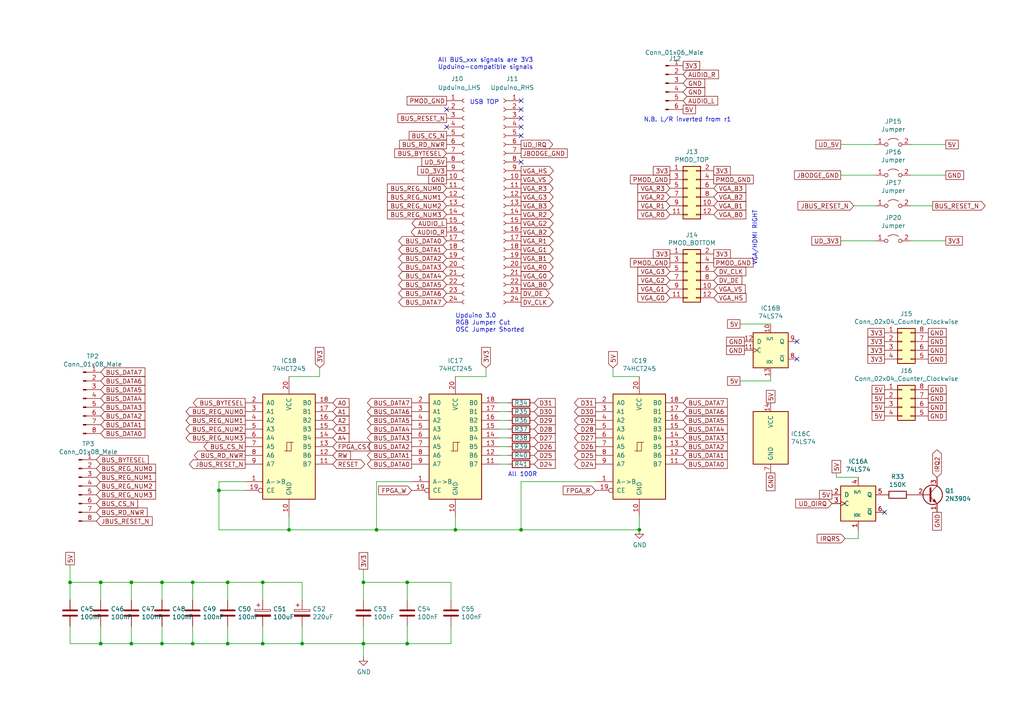
<source format=kicad_sch>
(kicad_sch (version 20211123) (generator eeschema)
  (paper "A4")
  (title_block (title "rosco_m68k Pro (030) Prototype") (date "2023-11-11") (rev "p5") (company "The Really Old-School Company Limited") (comment 1 "Copyright ©2021-2023 The Really Old-School Company Limited") (comment 2 "Open Source Hardware (CERN OHL)") (comment 3 "Prototype Hardware! Not suitable for general use!"))
  (lib_symbols
    (symbol "74xx:74LS245" (pin_names (offset 1.016))
      (property "Reference" "U" (at -7.62 16.51 0))
      (property "Value" "74LS245" (at -7.62 -16.51 0))
      (symbol "74LS245_1_0"
        (pin input line (at -12.7 -10.16 0) (length 5.08) (name "A->B") (number "1"))
        (pin power_in line (at 0 -20.32 90) (length 5.08) (name "GND") (number "10"))
        (pin tri_state line (at 12.7 -5.08 180) (length 5.08) (name "B7") (number "11"))
        (pin tri_state line (at 12.7 -2.54 180) (length 5.08) (name "B6") (number "12"))
        (pin tri_state line (at 12.7 0 180) (length 5.08) (name "B5") (number "13"))
        (pin tri_state line (at 12.7 2.54 180) (length 5.08) (name "B4") (number "14"))
        (pin tri_state line (at 12.7 5.08 180) (length 5.08) (name "B3") (number "15"))
        (pin tri_state line (at 12.7 7.62 180) (length 5.08) (name "B2") (number "16"))
        (pin tri_state line (at 12.7 10.16 180) (length 5.08) (name "B1") (number "17"))
        (pin tri_state line (at 12.7 12.7 180) (length 5.08) (name "B0") (number "18"))
        (pin input inverted (at -12.7 -12.7 0) (length 5.08) (name "CE") (number "19"))
        (pin tri_state line (at -12.7 12.7 0) (length 5.08) (name "A0") (number "2"))
        (pin power_in line (at 0 20.32 270) (length 5.08) (name "VCC") (number "20"))
        (pin tri_state line (at -12.7 10.16 0) (length 5.08) (name "A1") (number "3"))
        (pin tri_state line (at -12.7 7.62 0) (length 5.08) (name "A2") (number "4"))
        (pin tri_state line (at -12.7 5.08 0) (length 5.08) (name "A3") (number "5"))
        (pin tri_state line (at -12.7 2.54 0) (length 5.08) (name "A4") (number "6"))
        (pin tri_state line (at -12.7 0 0) (length 5.08) (name "A5") (number "7"))
        (pin tri_state line (at -12.7 -2.54 0) (length 5.08) (name "A6") (number "8"))
        (pin tri_state line (at -12.7 -5.08 0) (length 5.08) (name "A7") (number "9"))
      )
    )
    (symbol "74xx:74LS74" (pin_names (offset 1.016))
      (property "Reference" "U" (at -7.62 8.89 0))
      (property "Value" "74LS74" (at -7.62 -8.89 0))
      (symbol "74LS74_1_0"
        (pin input line (at 0 -7.62 90) (length 2.54) (name "~{R}") (number "1"))
        (pin input line (at -7.62 2.54 0) (length 2.54) (name "D") (number "2"))
        (pin input clock (at -7.62 0 0) (length 2.54) (name "C") (number "3"))
        (pin input line (at 0 7.62 270) (length 2.54) (name "~{S}") (number "4"))
        (pin output line (at 7.62 2.54 180) (length 2.54) (name "Q") (number "5"))
        (pin output line (at 7.62 -2.54 180) (length 2.54) (name "~{Q}") (number "6"))
      )
      (symbol "74LS74_2_0"
        (pin input line (at 0 7.62 270) (length 2.54) (name "~{S}") (number "10"))
        (pin input clock (at -7.62 0 0) (length 2.54) (name "C") (number "11"))
        (pin input line (at -7.62 2.54 0) (length 2.54) (name "D") (number "12"))
        (pin input line (at 0 -7.62 90) (length 2.54) (name "~{R}") (number "13"))
        (pin output line (at 7.62 -2.54 180) (length 2.54) (name "~{Q}") (number "8"))
        (pin output line (at 7.62 2.54 180) (length 2.54) (name "Q") (number "9"))
      )
      (symbol "74LS74_3_0"
        (pin power_in line (at 0 10.16 270) (length 2.54) (name "VCC") (number "14"))
        (pin power_in line (at 0 -10.16 90) (length 2.54) (name "GND") (number "7"))
      )
    )
    (symbol "Connector:Conn_01x06_Male" (pin_names (offset 1.016) hide)
      (property "Reference" "J" (at 0 7.62 0))
      (property "Value" "Conn_01x06_Male" (at 0 -10.16 0))
      (symbol "Conn_01x06_Male_1_1"
        (pin passive line (at 5.08 5.08 180) (length 3.81) (name "Pin_1") (number "1"))
        (pin passive line (at 5.08 2.54 180) (length 3.81) (name "Pin_2") (number "2"))
        (pin passive line (at 5.08 0 180) (length 3.81) (name "Pin_3") (number "3"))
        (pin passive line (at 5.08 -2.54 180) (length 3.81) (name "Pin_4") (number "4"))
        (pin passive line (at 5.08 -5.08 180) (length 3.81) (name "Pin_5") (number "5"))
        (pin passive line (at 5.08 -7.62 180) (length 3.81) (name "Pin_6") (number "6"))
      )
    )
    (symbol "Connector:Conn_01x08_Male" (pin_names (offset 1.016) hide)
      (property "Reference" "J" (at 0 10.16 0))
      (property "Value" "Conn_01x08_Male" (at 0 -12.7 0))
      (symbol "Conn_01x08_Male_1_1"
        (pin passive line (at 5.08 7.62 180) (length 3.81) (name "Pin_1") (number "1"))
        (pin passive line (at 5.08 5.08 180) (length 3.81) (name "Pin_2") (number "2"))
        (pin passive line (at 5.08 2.54 180) (length 3.81) (name "Pin_3") (number "3"))
        (pin passive line (at 5.08 0 180) (length 3.81) (name "Pin_4") (number "4"))
        (pin passive line (at 5.08 -2.54 180) (length 3.81) (name "Pin_5") (number "5"))
        (pin passive line (at 5.08 -5.08 180) (length 3.81) (name "Pin_6") (number "6"))
        (pin passive line (at 5.08 -7.62 180) (length 3.81) (name "Pin_7") (number "7"))
        (pin passive line (at 5.08 -10.16 180) (length 3.81) (name "Pin_8") (number "8"))
      )
    )
    (symbol "Connector:Conn_01x24_Female" (pin_names (offset 1.016) hide)
      (property "Reference" "J" (at 0 30.48 0))
      (property "Value" "Conn_01x24_Female" (at 0 -33.02 0))
      (symbol "Conn_01x24_Female_1_1"
        (pin passive line (at -5.08 27.94 0) (length 3.81) (name "Pin_1") (number "1"))
        (pin passive line (at -5.08 5.08 0) (length 3.81) (name "Pin_10") (number "10"))
        (pin passive line (at -5.08 2.54 0) (length 3.81) (name "Pin_11") (number "11"))
        (pin passive line (at -5.08 0 0) (length 3.81) (name "Pin_12") (number "12"))
        (pin passive line (at -5.08 -2.54 0) (length 3.81) (name "Pin_13") (number "13"))
        (pin passive line (at -5.08 -5.08 0) (length 3.81) (name "Pin_14") (number "14"))
        (pin passive line (at -5.08 -7.62 0) (length 3.81) (name "Pin_15") (number "15"))
        (pin passive line (at -5.08 -10.16 0) (length 3.81) (name "Pin_16") (number "16"))
        (pin passive line (at -5.08 -12.7 0) (length 3.81) (name "Pin_17") (number "17"))
        (pin passive line (at -5.08 -15.24 0) (length 3.81) (name "Pin_18") (number "18"))
        (pin passive line (at -5.08 -17.78 0) (length 3.81) (name "Pin_19") (number "19"))
        (pin passive line (at -5.08 25.4 0) (length 3.81) (name "Pin_2") (number "2"))
        (pin passive line (at -5.08 -20.32 0) (length 3.81) (name "Pin_20") (number "20"))
        (pin passive line (at -5.08 -22.86 0) (length 3.81) (name "Pin_21") (number "21"))
        (pin passive line (at -5.08 -25.4 0) (length 3.81) (name "Pin_22") (number "22"))
        (pin passive line (at -5.08 -27.94 0) (length 3.81) (name "Pin_23") (number "23"))
        (pin passive line (at -5.08 -30.48 0) (length 3.81) (name "Pin_24") (number "24"))
        (pin passive line (at -5.08 22.86 0) (length 3.81) (name "Pin_3") (number "3"))
        (pin passive line (at -5.08 20.32 0) (length 3.81) (name "Pin_4") (number "4"))
        (pin passive line (at -5.08 17.78 0) (length 3.81) (name "Pin_5") (number "5"))
        (pin passive line (at -5.08 15.24 0) (length 3.81) (name "Pin_6") (number "6"))
        (pin passive line (at -5.08 12.7 0) (length 3.81) (name "Pin_7") (number "7"))
        (pin passive line (at -5.08 10.16 0) (length 3.81) (name "Pin_8") (number "8"))
        (pin passive line (at -5.08 7.62 0) (length 3.81) (name "Pin_9") (number "9"))
      )
    )
    (symbol "Connector_Generic:Conn_02x04_Counter_Clockwise" (pin_names (offset 1.016) hide)
      (property "Reference" "J" (at 1.27 5.08 0))
      (property "Value" "Conn_02x04_Counter_Clockwise" (at 1.27 -7.62 0))
      (symbol "Conn_02x04_Counter_Clockwise_1_1"
        (pin passive line (at -5.08 2.54 0) (length 3.81) (name "Pin_1") (number "1"))
        (pin passive line (at -5.08 0 0) (length 3.81) (name "Pin_2") (number "2"))
        (pin passive line (at -5.08 -2.54 0) (length 3.81) (name "Pin_3") (number "3"))
        (pin passive line (at -5.08 -5.08 0) (length 3.81) (name "Pin_4") (number "4"))
        (pin passive line (at 7.62 -5.08 180) (length 3.81) (name "Pin_5") (number "5"))
        (pin passive line (at 7.62 -2.54 180) (length 3.81) (name "Pin_6") (number "6"))
        (pin passive line (at 7.62 0 180) (length 3.81) (name "Pin_7") (number "7"))
        (pin passive line (at 7.62 2.54 180) (length 3.81) (name "Pin_8") (number "8"))
      )
    )
    (symbol "Connector_Generic:Conn_02x06_Odd_Even" (pin_names (offset 1.016) hide)
      (property "Reference" "J" (at 1.27 7.62 0))
      (property "Value" "Conn_02x06_Odd_Even" (at 1.27 -10.16 0))
      (symbol "Conn_02x06_Odd_Even_1_1"
        (pin passive line (at -5.08 5.08 0) (length 3.81) (name "Pin_1") (number "1"))
        (pin passive line (at 7.62 -5.08 180) (length 3.81) (name "Pin_10") (number "10"))
        (pin passive line (at -5.08 -7.62 0) (length 3.81) (name "Pin_11") (number "11"))
        (pin passive line (at 7.62 -7.62 180) (length 3.81) (name "Pin_12") (number "12"))
        (pin passive line (at 7.62 5.08 180) (length 3.81) (name "Pin_2") (number "2"))
        (pin passive line (at -5.08 2.54 0) (length 3.81) (name "Pin_3") (number "3"))
        (pin passive line (at 7.62 2.54 180) (length 3.81) (name "Pin_4") (number "4"))
        (pin passive line (at -5.08 0 0) (length 3.81) (name "Pin_5") (number "5"))
        (pin passive line (at 7.62 0 180) (length 3.81) (name "Pin_6") (number "6"))
        (pin passive line (at -5.08 -2.54 0) (length 3.81) (name "Pin_7") (number "7"))
        (pin passive line (at 7.62 -2.54 180) (length 3.81) (name "Pin_8") (number "8"))
        (pin passive line (at -5.08 -5.08 0) (length 3.81) (name "Pin_9") (number "9"))
      )
    )
    (symbol "Device:C" (pin_numbers hide) (pin_names (offset 0.254))
      (property "Reference" "C" (at 0.635 2.54 0))
      (property "Value" "C" (at 0.635 -2.54 0))
      (symbol "C_1_1"
        (pin passive line (at 0 3.81 270) (length 2.794) (name "~") (number "1"))
        (pin passive line (at 0 -3.81 90) (length 2.794) (name "~") (number "2"))
      )
    )
    (symbol "Device:C_Polarized" (pin_numbers hide) (pin_names (offset 0.254))
      (property "Reference" "C" (at 0.635 2.54 0))
      (property "Value" "C_Polarized" (at 0.635 -2.54 0))
      (symbol "C_Polarized_1_1"
        (pin passive line (at 0 3.81 270) (length 2.794) (name "~") (number "1"))
        (pin passive line (at 0 -3.81 90) (length 2.794) (name "~") (number "2"))
      )
    )
    (symbol "Device:R" (pin_numbers hide) (pin_names (offset 0))
      (property "Reference" "R" (at 2.032 0 90))
      (property "Value" "R" (at 0 0 90))
      (symbol "R_1_1"
        (pin passive line (at 0 3.81 270) (length 1.27) (name "~") (number "1"))
        (pin passive line (at 0 -3.81 90) (length 1.27) (name "~") (number "2"))
      )
    )
    (symbol "Jumper:Jumper_2_Open" (pin_names (offset 0) hide)
      (property "Reference" "JP" (at 0 2.794 0))
      (property "Value" "Jumper_2_Open" (at 0 -2.286 0))
      (symbol "Jumper_2_Open_1_1"
        (pin passive line (at -5.08 0 0) (length 2.54) (name "A") (number "1"))
        (pin passive line (at 5.08 0 180) (length 2.54) (name "B") (number "2"))
      )
    )
    (symbol "Transistor_BJT:2N3904" (pin_names (offset 0) hide)
      (property "Reference" "Q" (at 5.08 1.905 0))
      (property "Value" "2N3904" (at 5.08 0 0))
      (symbol "2N3904_1_1"
        (pin passive line (at 2.54 -5.08 90) (length 2.54) (name "E") (number "1"))
        (pin passive line (at -5.08 0 0) (length 5.715) (name "B") (number "2"))
        (pin passive line (at 2.54 5.08 270) (length 2.54) (name "C") (number "3"))
      )
    )
    (symbol "power:GND" (power) (pin_names (offset 0))
      (property "Value" "GND" (at 0 -3.81 0))
      (symbol "GND_1_1"
        (pin power_in line (at 0 0 270) (length 0) hide (name "GND") (number "1"))
      )
    )
  )
  (junction (at 76.2 168.91))
  (junction (at 46.99 186.69))
  (junction (at 46.99 168.91))
  (junction (at 87.63 186.69))
  (junction (at 55.88 186.69))
  (junction (at 76.2 186.69))
  (junction (at 118.11 186.69))
  (junction (at 118.11 168.91))
  (junction (at 185.42 153.67))
  (junction (at 29.21 186.69))
  (junction (at 151.13 153.67))
  (junction (at 63.5 142.24))
  (junction (at 66.04 186.69))
  (junction (at 38.1 186.69))
  (junction (at 83.82 153.67))
  (junction (at 66.04 168.91))
  (junction (at 105.41 186.69))
  (junction (at 20.32 168.91))
  (junction (at 132.08 153.67))
  (junction (at 109.22 153.67))
  (junction (at 29.21 168.91))
  (junction (at 55.88 168.91))
  (junction (at 38.1 168.91))
  (junction (at 105.41 168.91))
  (no_connect (at 151.13 29.21))
  (no_connect (at 151.13 46.99))
  (no_connect (at 151.13 34.29))
  (no_connect (at 231.14 99.06))
  (no_connect (at 151.13 31.75))
  (no_connect (at 256.54 148.59))
  (no_connect (at 129.54 31.75))
  (no_connect (at 129.54 36.83))
  (no_connect (at 231.14 104.14))
  (no_connect (at 151.13 36.83))
  (no_connect (at 151.13 39.37))
  (wire (pts (xy 144.78 119.38) (xy 147.32 119.38)))
  (wire (pts (xy 87.63 173.99) (xy 87.63 168.91)))
  (wire (pts (xy 214.63 110.49) (xy 223.52 110.49)))
  (wire (pts (xy 38.1 173.99) (xy 38.1 168.91)))
  (wire (pts (xy 105.41 181.61) (xy 105.41 186.69)))
  (wire (pts (xy 132.08 149.86) (xy 132.08 153.67)))
  (wire (pts (xy 76.2 186.69) (xy 87.63 186.69)))
  (wire (pts (xy 132.08 109.22) (xy 140.97 109.22)))
  (wire (pts (xy 144.78 132.08) (xy 147.32 132.08)))
  (wire (pts (xy 29.21 168.91) (xy 20.32 168.91)))
  (wire (pts (xy 66.04 168.91) (xy 76.2 168.91)))
  (wire (pts (xy 66.04 173.99) (xy 66.04 168.91)))
  (wire (pts (xy 118.11 168.91) (xy 105.41 168.91)))
  (wire (pts (xy 151.13 139.7) (xy 151.13 153.67)))
  (wire (pts (xy 105.41 165.1) (xy 105.41 168.91)))
  (wire (pts (xy 243.84 69.85) (xy 254 69.85)))
  (wire (pts (xy 20.32 181.61) (xy 20.32 186.69)))
  (wire (pts (xy 151.13 139.7) (xy 172.72 139.7)))
  (wire (pts (xy 63.5 142.24) (xy 63.5 153.67)))
  (wire (pts (xy 38.1 181.61) (xy 38.1 186.69)))
  (wire (pts (xy 38.1 168.91) (xy 29.21 168.91)))
  (wire (pts (xy 76.2 168.91) (xy 87.63 168.91)))
  (wire (pts (xy 214.63 93.98) (xy 223.52 93.98)))
  (wire (pts (xy 29.21 186.69) (xy 38.1 186.69)))
  (wire (pts (xy 105.41 168.91) (xy 105.41 173.99)))
  (wire (pts (xy 245.11 156.21) (xy 248.92 156.21)))
  (wire (pts (xy 147.32 116.84) (xy 144.78 116.84)))
  (wire (pts (xy 144.78 127) (xy 147.32 127)))
  (wire (pts (xy 71.12 139.7) (xy 63.5 139.7)))
  (wire (pts (xy 20.32 168.91) (xy 20.32 163.83)))
  (wire (pts (xy 243.84 41.91) (xy 254 41.91)))
  (wire (pts (xy 248.92 156.21) (xy 248.92 153.67)))
  (wire (pts (xy 185.42 149.86) (xy 185.42 153.67)))
  (wire (pts (xy 55.88 181.61) (xy 55.88 186.69)))
  (wire (pts (xy 144.78 121.92) (xy 147.32 121.92)))
  (wire (pts (xy 132.08 153.67) (xy 151.13 153.67)))
  (wire (pts (xy 264.16 50.8) (xy 274.32 50.8)))
  (wire (pts (xy 55.88 173.99) (xy 55.88 168.91)))
  (wire (pts (xy 140.97 109.22) (xy 140.97 106.68)))
  (wire (pts (xy 92.71 109.22) (xy 92.71 106.68)))
  (wire (pts (xy 264.16 59.69) (xy 270.51 59.69)))
  (wire (pts (xy 71.12 142.24) (xy 63.5 142.24)))
  (wire (pts (xy 264.16 41.91) (xy 274.32 41.91)))
  (wire (pts (xy 87.63 181.61) (xy 87.63 186.69)))
  (wire (pts (xy 118.11 186.69) (xy 118.11 181.61)))
  (wire (pts (xy 185.42 109.22) (xy 177.8 109.22)))
  (wire (pts (xy 105.41 186.69) (xy 105.41 190.5)))
  (wire (pts (xy 264.16 69.85) (xy 274.32 69.85)))
  (wire (pts (xy 63.5 153.67) (xy 83.82 153.67)))
  (wire (pts (xy 242.57 137.16) (xy 242.57 138.43)))
  (wire (pts (xy 76.2 181.61) (xy 76.2 186.69)))
  (wire (pts (xy 223.52 110.49) (xy 223.52 109.22)))
  (wire (pts (xy 105.41 186.69) (xy 118.11 186.69)))
  (wire (pts (xy 76.2 173.99) (xy 76.2 168.91)))
  (wire (pts (xy 83.82 109.22) (xy 92.71 109.22)))
  (wire (pts (xy 63.5 139.7) (xy 63.5 142.24)))
  (wire (pts (xy 151.13 153.67) (xy 185.42 153.67)))
  (wire (pts (xy 83.82 149.86) (xy 83.82 153.67)))
  (wire (pts (xy 66.04 186.69) (xy 76.2 186.69)))
  (wire (pts (xy 46.99 186.69) (xy 55.88 186.69)))
  (wire (pts (xy 109.22 139.7) (xy 119.38 139.7)))
  (wire (pts (xy 55.88 168.91) (xy 66.04 168.91)))
  (wire (pts (xy 118.11 186.69) (xy 130.81 186.69)))
  (wire (pts (xy 46.99 173.99) (xy 46.99 168.91)))
  (wire (pts (xy 46.99 168.91) (xy 38.1 168.91)))
  (wire (pts (xy 243.84 50.8) (xy 254 50.8)))
  (wire (pts (xy 242.57 138.43) (xy 248.92 138.43)))
  (wire (pts (xy 130.81 168.91) (xy 118.11 168.91)))
  (wire (pts (xy 130.81 186.69) (xy 130.81 181.61)))
  (wire (pts (xy 105.41 186.69) (xy 87.63 186.69)))
  (wire (pts (xy 144.78 124.46) (xy 147.32 124.46)))
  (wire (pts (xy 83.82 153.67) (xy 109.22 153.67)))
  (wire (pts (xy 109.22 139.7) (xy 109.22 153.67)))
  (wire (pts (xy 144.78 134.62) (xy 147.32 134.62)))
  (wire (pts (xy 144.78 129.54) (xy 147.32 129.54)))
  (wire (pts (xy 55.88 168.91) (xy 46.99 168.91)))
  (wire (pts (xy 38.1 186.69) (xy 46.99 186.69)))
  (wire (pts (xy 20.32 168.91) (xy 20.32 173.99)))
  (wire (pts (xy 66.04 181.61) (xy 66.04 186.69)))
  (wire (pts (xy 109.22 153.67) (xy 132.08 153.67)))
  (wire (pts (xy 55.88 186.69) (xy 66.04 186.69)))
  (wire (pts (xy 130.81 173.99) (xy 130.81 168.91)))
  (wire (pts (xy 118.11 173.99) (xy 118.11 168.91)))
  (wire (pts (xy 177.8 109.22) (xy 177.8 106.68)))
  (wire (pts (xy 29.21 173.99) (xy 29.21 168.91)))
  (wire (pts (xy 46.99 181.61) (xy 46.99 186.69)))
  (wire (pts (xy 29.21 181.61) (xy 29.21 186.69)))
  (wire (pts (xy 247.65 59.69) (xy 254 59.69)))
  (wire (pts (xy 20.32 186.69) (xy 29.21 186.69)))
  (text "N.B. L/R inverted from r1" (at 186.69 35.56 0) (effects (font (size 1.27 1.27)) (justify left bottom)))
  (text "USB TOP" (at 144.78 30.48 180) (effects (font (size 1.27 1.27)) (justify right bottom)))
  (text "All 100R" (at 147.32 138.43 0) (effects (font (size 1.27 1.27)) (justify left bottom)))
  (text "Upduino 3.0\nRGB Jumper Cut\nOSC Jumper Shorted" (at 132.08 96.52 0) (effects (font (size 1.27 1.27)) (justify left bottom)))
  (text "All BUS_xxx signals are 3V3\nUpduino-compatible signals" (at 127 20.32 0) (effects (font (size 1.27 1.27)) (justify left bottom)))
  (text "VGA/HDMI RIGHT" (at 219.71 60.96 270) (effects (font (size 1.27 1.27)) (justify right bottom)))
  (global_label "5V" (shape passive) (at 242.57 137.16 90) (property "Intersheet References" "${INTERSHEET_REFS}" (effects hide)))
  (global_label "BUS_RD_NWR" (shape passive) (at 129.54 41.91 180) (property "Intersheet References" "${INTERSHEET_REFS}" (effects hide)))
  (global_label "VGA_HS" (shape output) (at 151.13 49.53 0) (property "Intersheet References" "${INTERSHEET_REFS}" (effects hide)))
  (global_label "BUS_CS_N" (shape input) (at 27.94 146.05 0) (property "Intersheet References" "${INTERSHEET_REFS}" (effects hide)))
  (global_label "D25" (shape input) (at 154.94 132.08 0) (property "Intersheet References" "${INTERSHEET_REFS}" (effects hide)))
  (global_label "BUS_REG_NUM3" (shape input) (at 129.54 62.23 180) (property "Intersheet References" "${INTERSHEET_REFS}" (effects hide)))
  (global_label "BUS_DATA4" (shape bidirectional) (at 129.54 80.01 180) (property "Intersheet References" "${INTERSHEET_REFS}" (effects hide)))
  (global_label "5V" (shape passive) (at 241.3 143.51 180) (property "Intersheet References" "${INTERSHEET_REFS}" (effects hide)))
  (global_label "PMOD_GND" (shape passive) (at 207.01 52.07 0) (property "Intersheet References" "${INTERSHEET_REFS}" (effects hide)))
  (global_label "5V" (shape passive) (at 223.52 116.84 90) (property "Intersheet References" "${INTERSHEET_REFS}" (effects hide)))
  (global_label "BUS_REG_NUM3" (shape input) (at 27.94 143.51 0) (property "Intersheet References" "${INTERSHEET_REFS}" (effects hide)))
  (global_label "BUS_DATA1" (shape output) (at 119.38 132.08 180) (property "Intersheet References" "${INTERSHEET_REFS}" (effects hide)))
  (global_label "BUS_RD_NWR" (shape output) (at 71.12 132.08 180) (property "Intersheet References" "${INTERSHEET_REFS}" (effects hide)))
  (global_label "GND" (shape passive) (at 215.9 101.6 180) (property "Intersheet References" "${INTERSHEET_REFS}" (effects hide)))
  (global_label "D26" (shape input) (at 154.94 129.54 0) (property "Intersheet References" "${INTERSHEET_REFS}" (effects hide)))
  (global_label "VGA_G2" (shape input) (at 194.31 81.28 180) (property "Intersheet References" "${INTERSHEET_REFS}" (effects hide)))
  (global_label "BUS_REG_NUM0" (shape output) (at 71.12 119.38 180) (property "Intersheet References" "${INTERSHEET_REFS}" (effects hide)))
  (global_label "BUS_DATA6" (shape output) (at 119.38 119.38 180) (property "Intersheet References" "${INTERSHEET_REFS}" (effects hide)))
  (global_label "VGA_B3" (shape input) (at 207.01 54.61 0) (property "Intersheet References" "${INTERSHEET_REFS}" (effects hide)))
  (global_label "D28" (shape input) (at 154.94 124.46 0) (property "Intersheet References" "${INTERSHEET_REFS}" (effects hide)))
  (global_label "BUS_DATA1" (shape input) (at 198.12 132.08 0) (property "Intersheet References" "${INTERSHEET_REFS}" (effects hide)))
  (global_label "BUS_REG_NUM0" (shape input) (at 129.54 54.61 180) (property "Intersheet References" "${INTERSHEET_REFS}" (effects hide)))
  (global_label "VGA_R0" (shape input) (at 194.31 62.23 180) (property "Intersheet References" "${INTERSHEET_REFS}" (effects hide)))
  (global_label "VGA_G3" (shape input) (at 194.31 78.74 180) (property "Intersheet References" "${INTERSHEET_REFS}" (effects hide)))
  (global_label "VGA_VS" (shape output) (at 151.13 52.07 0) (property "Intersheet References" "${INTERSHEET_REFS}" (effects hide)))
  (global_label "5V" (shape passive) (at 274.32 41.91 0) (property "Intersheet References" "${INTERSHEET_REFS}" (effects hide)))
  (global_label "3V3" (shape passive) (at 274.32 69.85 0) (property "Intersheet References" "${INTERSHEET_REFS}" (effects hide)))
  (global_label "BUS_RESET_N" (shape passive) (at 129.54 34.29 180) (property "Intersheet References" "${INTERSHEET_REFS}" (effects hide)))
  (global_label "BUS_BYTESEL" (shape output) (at 71.12 116.84 180) (property "Intersheet References" "${INTERSHEET_REFS}" (effects hide)))
  (global_label "BUS_DATA1" (shape input) (at 29.21 123.19 0) (property "Intersheet References" "${INTERSHEET_REFS}" (effects hide)))
  (global_label "VGA_R0" (shape output) (at 151.13 77.47 0) (property "Intersheet References" "${INTERSHEET_REFS}" (effects hide)))
  (global_label "BUS_REG_NUM2" (shape input) (at 27.94 140.97 0) (property "Intersheet References" "${INTERSHEET_REFS}" (effects hide)))
  (global_label "5V" (shape passive) (at 256.54 120.65 180) (property "Intersheet References" "${INTERSHEET_REFS}" (effects hide)))
  (global_label "BUS_DATA5" (shape output) (at 119.38 121.92 180) (property "Intersheet References" "${INTERSHEET_REFS}" (effects hide)))
  (global_label "BUS_DATA0" (shape input) (at 29.21 125.73 0) (property "Intersheet References" "${INTERSHEET_REFS}" (effects hide)))
  (global_label "BUS_DATA7" (shape bidirectional) (at 129.54 87.63 180) (property "Intersheet References" "${INTERSHEET_REFS}" (effects hide)))
  (global_label "BUS_DATA4" (shape output) (at 119.38 124.46 180) (property "Intersheet References" "${INTERSHEET_REFS}" (effects hide)))
  (global_label "UD_5V" (shape passive) (at 243.84 41.91 180) (property "Intersheet References" "${INTERSHEET_REFS}" (effects hide)))
  (global_label "D31" (shape input) (at 154.94 116.84 0) (property "Intersheet References" "${INTERSHEET_REFS}" (effects hide)))
  (global_label "VGA_B2" (shape input) (at 207.01 57.15 0) (property "Intersheet References" "${INTERSHEET_REFS}" (effects hide)))
  (global_label "5V" (shape passive) (at 214.63 110.49 180) (property "Intersheet References" "${INTERSHEET_REFS}" (effects hide)))
  (global_label "BUS_REG_NUM1" (shape input) (at 129.54 57.15 180) (property "Intersheet References" "${INTERSHEET_REFS}" (effects hide)))
  (global_label "VGA_HS" (shape input) (at 207.01 86.36 0) (property "Intersheet References" "${INTERSHEET_REFS}" (effects hide)))
  (global_label "GND" (shape passive) (at 269.24 101.6 0) (property "Intersheet References" "${INTERSHEET_REFS}" (effects hide)))
  (global_label "A0" (shape input) (at 96.52 116.84 0) (property "Intersheet References" "${INTERSHEET_REFS}" (effects hide)))
  (global_label "BUS_REG_NUM3" (shape output) (at 71.12 127 180) (property "Intersheet References" "${INTERSHEET_REFS}" (effects hide)))
  (global_label "AUDIO_R" (shape output) (at 129.54 67.31 180) (property "Intersheet References" "${INTERSHEET_REFS}" (effects hide)))
  (global_label "3V3" (shape passive) (at 198.12 19.05 0) (property "Intersheet References" "${INTERSHEET_REFS}" (effects hide)))
  (global_label "BUS_DATA7" (shape input) (at 29.21 107.95 0) (property "Intersheet References" "${INTERSHEET_REFS}" (effects hide)))
  (global_label "BUS_DATA3" (shape input) (at 198.12 127 0) (property "Intersheet References" "${INTERSHEET_REFS}" (effects hide)))
  (global_label "5V" (shape passive) (at 214.63 93.98 180) (property "Intersheet References" "${INTERSHEET_REFS}" (effects hide)))
  (global_label "GND" (shape passive) (at 269.24 99.06 0) (property "Intersheet References" "${INTERSHEET_REFS}" (effects hide)))
  (global_label "BUS_DATA2" (shape bidirectional) (at 129.54 74.93 180) (property "Intersheet References" "${INTERSHEET_REFS}" (effects hide)))
  (global_label "5V" (shape passive) (at 256.54 118.11 180) (property "Intersheet References" "${INTERSHEET_REFS}" (effects hide)))
  (global_label "D27" (shape output) (at 172.72 127 180) (property "Intersheet References" "${INTERSHEET_REFS}" (effects hide)))
  (global_label "JBUS_RESET_N" (shape input) (at 247.65 59.69 180) (property "Intersheet References" "${INTERSHEET_REFS}" (effects hide)))
  (global_label "VGA_B0" (shape output) (at 151.13 82.55 0) (property "Intersheet References" "${INTERSHEET_REFS}" (effects hide)))
  (global_label "DV_CLK" (shape output) (at 151.13 87.63 0) (property "Intersheet References" "${INTERSHEET_REFS}" (effects hide)))
  (global_label "D24" (shape output) (at 172.72 134.62 180) (property "Intersheet References" "${INTERSHEET_REFS}" (effects hide)))
  (global_label "D25" (shape output) (at 172.72 132.08 180) (property "Intersheet References" "${INTERSHEET_REFS}" (effects hide)))
  (global_label "3V3" (shape passive) (at 256.54 104.14 180) (property "Intersheet References" "${INTERSHEET_REFS}" (effects hide)))
  (global_label "BUS_BYTESEL" (shape input) (at 129.54 44.45 180) (property "Intersheet References" "${INTERSHEET_REFS}" (effects hide)))
  (global_label "GND" (shape passive) (at 269.24 118.11 0) (property "Intersheet References" "${INTERSHEET_REFS}" (effects hide)))
  (global_label "BUS_DATA6" (shape bidirectional) (at 129.54 85.09 180) (property "Intersheet References" "${INTERSHEET_REFS}" (effects hide)))
  (global_label "BUS_BYTESEL" (shape input) (at 27.94 133.35 0) (property "Intersheet References" "${INTERSHEET_REFS}" (effects hide)))
  (global_label "BUS_REG_NUM1" (shape output) (at 71.12 121.92 180) (property "Intersheet References" "${INTERSHEET_REFS}" (effects hide)))
  (global_label "VGA_R2" (shape output) (at 151.13 62.23 0) (property "Intersheet References" "${INTERSHEET_REFS}" (effects hide)))
  (global_label "VGA_B1" (shape output) (at 151.13 74.93 0) (property "Intersheet References" "${INTERSHEET_REFS}" (effects hide)))
  (global_label "GND" (shape passive) (at 129.54 52.07 180) (property "Intersheet References" "${INTERSHEET_REFS}" (effects hide)))
  (global_label "BUS_DATA5" (shape input) (at 198.12 121.92 0) (property "Intersheet References" "${INTERSHEET_REFS}" (effects hide)))
  (global_label "VGA_R3" (shape input) (at 194.31 54.61 180) (property "Intersheet References" "${INTERSHEET_REFS}" (effects hide)))
  (global_label "VGA_VS" (shape input) (at 207.01 83.82 0) (property "Intersheet References" "${INTERSHEET_REFS}" (effects hide)))
  (global_label "D30" (shape output) (at 172.72 119.38 180) (property "Intersheet References" "${INTERSHEET_REFS}" (effects hide)))
  (global_label "BUS_DATA0" (shape bidirectional) (at 129.54 69.85 180) (property "Intersheet References" "${INTERSHEET_REFS}" (effects hide)))
  (global_label "VGA_G2" (shape output) (at 151.13 64.77 0) (property "Intersheet References" "${INTERSHEET_REFS}" (effects hide)))
  (global_label "JBUS_RESET_N" (shape input) (at 27.94 151.13 0) (property "Intersheet References" "${INTERSHEET_REFS}" (effects hide)))
  (global_label "3V3" (shape passive) (at 194.31 73.66 180) (property "Intersheet References" "${INTERSHEET_REFS}" (effects hide)))
  (global_label "UD_3V3" (shape passive) (at 129.54 49.53 180) (property "Intersheet References" "${INTERSHEET_REFS}" (effects hide)))
  (global_label "A4" (shape input) (at 96.52 127 0) (property "Intersheet References" "${INTERSHEET_REFS}" (effects hide)))
  (global_label "3V3" (shape passive) (at 194.31 49.53 180) (property "Intersheet References" "${INTERSHEET_REFS}" (effects hide)))
  (global_label "BUS_DATA3" (shape input) (at 29.21 118.11 0) (property "Intersheet References" "${INTERSHEET_REFS}" (effects hide)))
  (global_label "VGA_G0" (shape input) (at 194.31 86.36 180) (property "Intersheet References" "${INTERSHEET_REFS}" (effects hide)))
  (global_label "RESET" (shape tri_state) (at 96.52 134.62 0) (property "Intersheet References" "${INTERSHEET_REFS}" (effects hide)))
  (global_label "GND" (shape passive) (at 215.9 99.06 180) (property "Intersheet References" "${INTERSHEET_REFS}" (effects hide)))
  (global_label "D30" (shape input) (at 154.94 119.38 0) (property "Intersheet References" "${INTERSHEET_REFS}" (effects hide)))
  (global_label "FPGA_W" (shape input) (at 119.38 142.24 180) (property "Intersheet References" "${INTERSHEET_REFS}" (effects hide)))
  (global_label "VGA_B1" (shape input) (at 207.01 59.69 0) (property "Intersheet References" "${INTERSHEET_REFS}" (effects hide)))
  (global_label "3V3" (shape input) (at 92.71 106.68 90) (property "Intersheet References" "${INTERSHEET_REFS}" (effects hide)))
  (global_label "BUS_DATA4" (shape input) (at 198.12 124.46 0) (property "Intersheet References" "${INTERSHEET_REFS}" (effects hide)))
  (global_label "RW" (shape input) (at 96.52 132.08 0) (property "Intersheet References" "${INTERSHEET_REFS}" (effects hide)))
  (global_label "BUS_DATA6" (shape input) (at 29.21 110.49 0) (property "Intersheet References" "${INTERSHEET_REFS}" (effects hide)))
  (global_label "BUS_DATA5" (shape input) (at 29.21 113.03 0) (property "Intersheet References" "${INTERSHEET_REFS}" (effects hide)))
  (global_label "3V3" (shape passive) (at 256.54 99.06 180) (property "Intersheet References" "${INTERSHEET_REFS}" (effects hide)))
  (global_label "FPGA_CS" (shape input) (at 96.52 129.54 0) (property "Intersheet References" "${INTERSHEET_REFS}" (effects hide)))
  (global_label "3V3" (shape input) (at 140.97 106.68 90) (property "Intersheet References" "${INTERSHEET_REFS}" (effects hide)))
  (global_label "BUS_DATA0" (shape input) (at 198.12 134.62 0) (property "Intersheet References" "${INTERSHEET_REFS}" (effects hide)))
  (global_label "GND" (shape passive) (at 269.24 96.52 0) (property "Intersheet References" "${INTERSHEET_REFS}" (effects hide)))
  (global_label "IRQRS" (shape input) (at 245.11 156.21 180) (property "Intersheet References" "${INTERSHEET_REFS}" (effects hide)))
  (global_label "BUS_DATA4" (shape input) (at 29.21 115.57 0) (property "Intersheet References" "${INTERSHEET_REFS}" (effects hide)))
  (global_label "BUS_RD_NWR" (shape input) (at 27.94 148.59 0) (property "Intersheet References" "${INTERSHEET_REFS}" (effects hide)))
  (global_label "A1" (shape input) (at 96.52 119.38 0) (property "Intersheet References" "${INTERSHEET_REFS}" (effects hide)))
  (global_label "VGA_B3" (shape output) (at 151.13 59.69 0) (property "Intersheet References" "${INTERSHEET_REFS}" (effects hide)))
  (global_label "5V" (shape input) (at 177.8 106.68 90) (property "Intersheet References" "${INTERSHEET_REFS}" (effects hide)))
  (global_label "JBODGE_GND" (shape passive) (at 243.84 50.8 180) (property "Intersheet References" "${INTERSHEET_REFS}" (effects hide)))
  (global_label "AUDIO_L" (shape output) (at 129.54 64.77 180) (property "Intersheet References" "${INTERSHEET_REFS}" (effects hide)))
  (global_label "DV_CLK" (shape input) (at 207.01 78.74 0) (property "Intersheet References" "${INTERSHEET_REFS}" (effects hide)))
  (global_label "FPGA_R" (shape input) (at 172.72 142.24 180) (property "Intersheet References" "${INTERSHEET_REFS}" (effects hide)))
  (global_label "5V" (shape passive) (at 256.54 113.03 180) (property "Intersheet References" "${INTERSHEET_REFS}" (effects hide)))
  (global_label "D24" (shape input) (at 154.94 134.62 0) (property "Intersheet References" "${INTERSHEET_REFS}" (effects hide)))
  (global_label "BUS_REG_NUM0" (shape input) (at 27.94 135.89 0) (property "Intersheet References" "${INTERSHEET_REFS}" (effects hide)))
  (global_label "UD_3V3" (shape passive) (at 243.84 69.85 180) (property "Intersheet References" "${INTERSHEET_REFS}" (effects hide)))
  (global_label "PMOD_GND" (shape passive) (at 194.31 52.07 180) (property "Intersheet References" "${INTERSHEET_REFS}" (effects hide)))
  (global_label "VGA_B0" (shape input) (at 207.01 62.23 0) (property "Intersheet References" "${INTERSHEET_REFS}" (effects hide)))
  (global_label "BUS_RESET_N" (shape output) (at 270.51 59.69 0) (property "Intersheet References" "${INTERSHEET_REFS}" (effects hide)))
  (global_label "BUS_DATA2" (shape input) (at 29.21 120.65 0) (property "Intersheet References" "${INTERSHEET_REFS}" (effects hide)))
  (global_label "D27" (shape input) (at 154.94 127 0) (property "Intersheet References" "${INTERSHEET_REFS}" (effects hide)))
  (global_label "3V3" (shape passive) (at 207.01 49.53 0) (property "Intersheet References" "${INTERSHEET_REFS}" (effects hide)))
  (global_label "BUS_CS_N" (shape output) (at 71.12 129.54 180) (property "Intersheet References" "${INTERSHEET_REFS}" (effects hide)))
  (global_label "GND" (shape passive) (at 271.78 148.59 270) (property "Intersheet References" "${INTERSHEET_REFS}" (effects hide)))
  (global_label "BUS_DATA7" (shape input) (at 198.12 116.84 0) (property "Intersheet References" "${INTERSHEET_REFS}" (effects hide)))
  (global_label "D29" (shape input) (at 154.94 121.92 0) (property "Intersheet References" "${INTERSHEET_REFS}" (effects hide)))
  (global_label "BUS_DATA1" (shape bidirectional) (at 129.54 72.39 180) (property "Intersheet References" "${INTERSHEET_REFS}" (effects hide)))
  (global_label "BUS_DATA2" (shape input) (at 198.12 129.54 0) (property "Intersheet References" "${INTERSHEET_REFS}" (effects hide)))
  (global_label "PMOD_GND" (shape passive) (at 129.54 29.21 180) (property "Intersheet References" "${INTERSHEET_REFS}" (effects hide)))
  (global_label "UD_5V" (shape passive) (at 129.54 46.99 180) (property "Intersheet References" "${INTERSHEET_REFS}" (effects hide)))
  (global_label "GND" (shape passive) (at 269.24 115.57 0) (property "Intersheet References" "${INTERSHEET_REFS}" (effects hide)))
  (global_label "GND" (shape passive) (at 269.24 104.14 0) (property "Intersheet References" "${INTERSHEET_REFS}" (effects hide)))
  (global_label "AUDIO_L" (shape input) (at 198.12 29.21 0) (property "Intersheet References" "${INTERSHEET_REFS}" (effects hide)))
  (global_label "A2" (shape input) (at 96.52 121.92 0) (property "Intersheet References" "${INTERSHEET_REFS}" (effects hide)))
  (global_label "D29" (shape output) (at 172.72 121.92 180) (property "Intersheet References" "${INTERSHEET_REFS}" (effects hide)))
  (global_label "BUS_DATA7" (shape output) (at 119.38 116.84 180) (property "Intersheet References" "${INTERSHEET_REFS}" (effects hide)))
  (global_label "3V3" (shape passive) (at 207.01 73.66 0) (property "Intersheet References" "${INTERSHEET_REFS}" (effects hide)))
  (global_label "GND" (shape passive) (at 223.52 137.16 270) (property "Intersheet References" "${INTERSHEET_REFS}" (effects hide)))
  (global_label "5V" (shape passive) (at 256.54 115.57 180) (property "Intersheet References" "${INTERSHEET_REFS}" (effects hide)))
  (global_label "JBODGE_GND" (shape passive) (at 151.13 44.45 0) (property "Intersheet References" "${INTERSHEET_REFS}" (effects hide)))
  (global_label "VGA_G3" (shape output) (at 151.13 57.15 0) (property "Intersheet References" "${INTERSHEET_REFS}" (effects hide)))
  (global_label "GND" (shape input) (at 198.12 26.67 0) (property "Intersheet References" "${INTERSHEET_REFS}" (effects hide)))
  (global_label "BUS_DATA2" (shape output) (at 119.38 129.54 180) (property "Intersheet References" "${INTERSHEET_REFS}" (effects hide)))
  (global_label "UD_OIRQ" (shape input) (at 241.3 146.05 180) (property "Intersheet References" "${INTERSHEET_REFS}" (effects hide)))
  (global_label "IRQ2" (shape tri_state) (at 271.78 138.43 90) (property "Intersheet References" "${INTERSHEET_REFS}" (effects hide)))
  (global_label "BUS_CS_N" (shape passive) (at 129.54 39.37 180) (property "Intersheet References" "${INTERSHEET_REFS}" (effects hide)))
  (global_label "BUS_DATA0" (shape output) (at 119.38 134.62 180) (property "Intersheet References" "${INTERSHEET_REFS}" (effects hide)))
  (global_label "BUS_REG_NUM2" (shape output) (at 71.12 124.46 180) (property "Intersheet References" "${INTERSHEET_REFS}" (effects hide)))
  (global_label "BUS_REG_NUM1" (shape input) (at 27.94 138.43 0) (property "Intersheet References" "${INTERSHEET_REFS}" (effects hide)))
  (global_label "AUDIO_R" (shape input) (at 198.12 21.59 0) (property "Intersheet References" "${INTERSHEET_REFS}" (effects hide)))
  (global_label "3V3" (shape passive) (at 256.54 96.52 180) (property "Intersheet References" "${INTERSHEET_REFS}" (effects hide)))
  (global_label "VGA_R1" (shape input) (at 194.31 59.69 180) (property "Intersheet References" "${INTERSHEET_REFS}" (effects hide)))
  (global_label "5V" (shape passive) (at 20.32 163.83 90) (property "Intersheet References" "${INTERSHEET_REFS}" (effects hide)))
  (global_label "BUS_DATA6" (shape input) (at 198.12 119.38 0) (property "Intersheet References" "${INTERSHEET_REFS}" (effects hide)))
  (global_label "3V3" (shape passive) (at 256.54 101.6 180) (property "Intersheet References" "${INTERSHEET_REFS}" (effects hide)))
  (global_label "D28" (shape output) (at 172.72 124.46 180) (property "Intersheet References" "${INTERSHEET_REFS}" (effects hide)))
  (global_label "DV_DE" (shape output) (at 151.13 85.09 0) (property "Intersheet References" "${INTERSHEET_REFS}" (effects hide)))
  (global_label "VGA_R1" (shape output) (at 151.13 69.85 0) (property "Intersheet References" "${INTERSHEET_REFS}" (effects hide)))
  (global_label "BUS_REG_NUM2" (shape input) (at 129.54 59.69 180) (property "Intersheet References" "${INTERSHEET_REFS}" (effects hide)))
  (global_label "5V" (shape passive) (at 198.12 31.75 0) (property "Intersheet References" "${INTERSHEET_REFS}" (effects hide)))
  (global_label "JBUS_RESET_N" (shape output) (at 71.12 134.62 180) (property "Intersheet References" "${INTERSHEET_REFS}" (effects hide)))
  (global_label "DV_DE" (shape input) (at 207.01 81.28 0) (property "Intersheet References" "${INTERSHEET_REFS}" (effects hide)))
  (global_label "BUS_DATA5" (shape bidirectional) (at 129.54 82.55 180) (property "Intersheet References" "${INTERSHEET_REFS}" (effects hide)))
  (global_label "GND" (shape passive) (at 269.24 120.65 0) (property "Intersheet References" "${INTERSHEET_REFS}" (effects hide)))
  (global_label "VGA_R3" (shape output) (at 151.13 54.61 0) (property "Intersheet References" "${INTERSHEET_REFS}" (effects hide)))
  (global_label "BUS_DATA3" (shape bidirectional) (at 129.54 77.47 180) (property "Intersheet References" "${INTERSHEET_REFS}" (effects hide)))
  (global_label "PMOD_GND" (shape passive) (at 207.01 76.2 0) (property "Intersheet References" "${INTERSHEET_REFS}" (effects hide)))
  (global_label "VGA_G1" (shape input) (at 194.31 83.82 180) (property "Intersheet References" "${INTERSHEET_REFS}" (effects hide)))
  (global_label "PMOD_GND" (shape passive) (at 194.31 76.2 180) (property "Intersheet References" "${INTERSHEET_REFS}" (effects hide)))
  (global_label "VGA_G1" (shape output) (at 151.13 72.39 0) (property "Intersheet References" "${INTERSHEET_REFS}" (effects hide)))
  (global_label "GND" (shape passive) (at 274.32 50.8 0) (property "Intersheet References" "${INTERSHEET_REFS}" (effects hide)))
  (global_label "GND" (shape passive) (at 269.24 113.03 0) (property "Intersheet References" "${INTERSHEET_REFS}" (effects hide)))
  (global_label "BUS_DATA3" (shape output) (at 119.38 127 180) (property "Intersheet References" "${INTERSHEET_REFS}" (effects hide)))
  (global_label "VGA_B2" (shape output) (at 151.13 67.31 0) (property "Intersheet References" "${INTERSHEET_REFS}" (effects hide)))
  (global_label "VGA_G0" (shape output) (at 151.13 80.01 0) (property "Intersheet References" "${INTERSHEET_REFS}" (effects hide)))
  (global_label "UD_IRQ" (shape output) (at 151.13 41.91 0) (property "Intersheet References" "${INTERSHEET_REFS}" (effects hide)))
  (global_label "GND" (shape input) (at 198.12 24.13 0) (property "Intersheet References" "${INTERSHEET_REFS}" (effects hide)))
  (global_label "3V3" (shape passive) (at 105.41 165.1 90) (property "Intersheet References" "${INTERSHEET_REFS}" (effects hide)))
  (global_label "D31" (shape output) (at 172.72 116.84 180) (property "Intersheet References" "${INTERSHEET_REFS}" (effects hide)))
  (global_label "VGA_R2" (shape input) (at 194.31 57.15 180) (property "Intersheet References" "${INTERSHEET_REFS}" (effects hide)))
  (global_label "D26" (shape output) (at 172.72 129.54 180) (property "Intersheet References" "${INTERSHEET_REFS}" (effects hide)))
  (global_label "A3" (shape input) (at 96.52 124.46 0) (property "Intersheet References" "${INTERSHEET_REFS}" (effects hide)))
  (symbol (lib_id "Device:C") (at 20.32 177.8 0) (unit 1)
    (property "Reference" "C45" (at 23.241 176.6316 0) (effects (justify left)))
    (property "Value" "100nF" (at 23.241 178.943 0) (effects (justify left)))
    (property "Footprint" "Capacitor_THT:C_Rect_L4.0mm_W2.5mm_P2.50mm" (effects hide))
  )
  (symbol (lib_id "Device:C") (at 29.21 177.8 0) (unit 1)
    (property "Reference" "C46" (at 32.131 176.6316 0) (effects (justify left)))
    (property "Value" "100nF" (at 32.131 178.943 0) (effects (justify left)))
    (property "Footprint" "Capacitor_THT:C_Rect_L4.0mm_W2.5mm_P2.50mm" (effects hide))
  )
  (symbol (lib_id "Device:C") (at 38.1 177.8 0) (unit 1)
    (property "Reference" "C47" (at 41.021 176.6316 0) (effects (justify left)))
    (property "Value" "100nF" (at 41.021 178.943 0) (effects (justify left)))
    (property "Footprint" "Capacitor_THT:C_Rect_L4.0mm_W2.5mm_P2.50mm" (effects hide))
  )
  (symbol (lib_id "Device:C") (at 46.99 177.8 0) (unit 1)
    (property "Reference" "C48" (at 49.911 176.6316 0) (effects (justify left)))
    (property "Value" "100nF" (at 49.911 178.943 0) (effects (justify left)))
    (property "Footprint" "Capacitor_THT:C_Rect_L4.0mm_W2.5mm_P2.50mm" (effects hide))
  )
  (symbol (lib_id "Device:C") (at 55.88 177.8 0) (unit 1)
    (property "Reference" "C49" (at 58.801 176.6316 0) (effects (justify left)))
    (property "Value" "100nF" (at 58.801 178.943 0) (effects (justify left)))
    (property "Footprint" "Capacitor_THT:C_Rect_L4.0mm_W2.5mm_P2.50mm" (effects hide))
  )
  (symbol (lib_id "Device:C") (at 105.41 177.8 0) (unit 1)
    (property "Reference" "C53" (at 108.331 176.6316 0) (effects (justify left)))
    (property "Value" "100nF" (at 108.331 178.943 0) (effects (justify left)))
    (property "Footprint" "Capacitor_THT:C_Rect_L4.0mm_W2.5mm_P2.50mm" (effects hide))
  )
  (symbol (lib_id "Device:C_Polarized") (at 76.2 177.8 0) (unit 1)
    (property "Reference" "C51" (at 79.1972 176.6316 0) (effects (justify left)))
    (property "Value" "100uF" (at 79.1972 178.943 0) (effects (justify left)))
    (property "Footprint" "Capacitor_THT:CP_Radial_D5.0mm_P2.50mm" (effects hide))
  )
  (symbol (lib_id "Device:C_Polarized") (at 87.63 177.8 0) (unit 1)
    (property "Reference" "C52" (at 90.6272 176.6316 0) (effects (justify left)))
    (property "Value" "220uF" (at 90.6272 178.943 0) (effects (justify left)))
    (property "Footprint" "Capacitor_THT:CP_Radial_D6.3mm_P2.50mm" (effects hide))
  )
  (symbol (lib_id "74xx:74LS245") (at 132.08 129.54 0) (unit 1)
    (property "Reference" "IC17" (at 132.08 104.6226 0))
    (property "Value" "74HCT245" (at 132.08 106.934 0))
    (property "Footprint" "Package_DIP:DIP-20_W7.62mm_Socket_LongPads" (effects hide))
    (property "Datasheet" "http://www.ti.com/lit/gpn/sn74LS245" (effects hide))
  )
  (symbol (lib_id "74xx:74LS245") (at 185.42 129.54 0) (unit 1)
    (property "Reference" "IC19" (at 185.42 104.6226 0))
    (property "Value" "74HCT245" (at 185.42 106.934 0))
    (property "Footprint" "Package_DIP:DIP-20_W7.62mm_Socket_LongPads" (effects hide))
    (property "Datasheet" "http://www.ti.com/lit/gpn/sn74LS245" (effects hide))
  )
  (symbol (lib_id "power:GND") (at 185.42 153.67 0) (unit 1)
    (property "Reference" "#PWR048" (effects hide))
    (property "Value" "GND" (at 185.547 158.0642 0))
  )
  (symbol (lib_id "Device:R") (at 151.13 116.84 270) (unit 1)
    (property "Reference" "R34" (at 151.13 116.84 90))
    (property "Value" "100R" (effects hide))
    (property "Footprint" "rosco_m68k:R-0207_10" (effects hide))
  )
  (symbol (lib_id "Device:R") (at 151.13 119.38 270) (unit 1)
    (property "Reference" "R35" (at 151.13 119.38 90))
    (property "Value" "100R" (effects hide))
    (property "Footprint" "rosco_m68k:R-0207_10" (effects hide))
  )
  (symbol (lib_id "Device:R") (at 151.13 121.92 270) (unit 1)
    (property "Reference" "R36" (at 151.13 121.92 90))
    (property "Value" "100R" (effects hide))
    (property "Footprint" "rosco_m68k:R-0207_10" (effects hide))
  )
  (symbol (lib_id "Device:R") (at 151.13 124.46 270) (unit 1)
    (property "Reference" "R37" (at 151.13 124.46 90))
    (property "Value" "100R" (effects hide))
    (property "Footprint" "rosco_m68k:R-0207_10" (effects hide))
  )
  (symbol (lib_id "Device:R") (at 151.13 127 270) (unit 1)
    (property "Reference" "R38" (at 151.13 127 90))
    (property "Value" "100R" (effects hide))
    (property "Footprint" "rosco_m68k:R-0207_10" (effects hide))
  )
  (symbol (lib_id "Device:R") (at 151.13 129.54 270) (unit 1)
    (property "Reference" "R39" (at 151.13 129.54 90))
    (property "Value" "100R" (effects hide))
    (property "Footprint" "rosco_m68k:R-0207_10" (effects hide))
  )
  (symbol (lib_id "Device:R") (at 151.13 132.08 270) (unit 1)
    (property "Reference" "R40" (at 151.13 132.08 90))
    (property "Value" "100R" (effects hide))
    (property "Footprint" "rosco_m68k:R-0207_10" (effects hide))
  )
  (symbol (lib_id "Device:R") (at 151.13 134.62 270) (unit 1)
    (property "Reference" "R41" (at 151.13 134.62 90))
    (property "Value" "100R" (effects hide))
    (property "Footprint" "rosco_m68k:R-0207_10" (effects hide))
  )
  (symbol (lib_id "power:GND") (at 105.41 190.5 0) (unit 1)
    (property "Reference" "#PWR047" (effects hide))
    (property "Value" "GND" (at 105.537 194.8942 0))
  )
  (symbol (lib_id "Jumper:Jumper_2_Open") (at 259.08 50.8 0) (unit 1)
    (property "Reference" "JP16" (at 259.08 44.0944 0))
    (property "Value" "Jumper" (at 259.08 46.4058 0))
    (property "Footprint" "Connector_PinHeader_2.54mm:PinHeader_1x02_P2.54mm_Vertical" (effects hide))
  )
  (symbol (lib_id "74xx:74LS245") (at 83.82 129.54 0) (unit 1)
    (property "Reference" "IC18" (at 83.82 104.6226 0))
    (property "Value" "74HCT245" (at 83.82 106.934 0))
    (property "Footprint" "Package_DIP:DIP-20_W7.62mm_Socket_LongPads" (effects hide))
    (property "Datasheet" "http://www.ti.com/lit/gpn/sn74LS245" (effects hide))
  )
  (symbol (lib_id "Connector:Conn_01x08_Male") (at 24.13 115.57 0) (unit 1)
    (property "Reference" "TP2" (at 26.8732 103.3526 0))
    (property "Value" "Conn_01x08_Male" (at 26.8732 105.664 0))
    (property "Footprint" "Connector_PinHeader_2.54mm:PinHeader_1x08_P2.54mm_Vertical" (effects hide))
  )
  (symbol (lib_id "Device:C") (at 66.04 177.8 0) (unit 1)
    (property "Reference" "C50" (at 68.961 176.6316 0) (effects (justify left)))
    (property "Value" "100nF" (at 68.961 178.943 0) (effects (justify left)))
    (property "Footprint" "Capacitor_THT:C_Rect_L4.0mm_W2.5mm_P2.50mm" (effects hide))
  )
  (symbol (lib_id "Connector:Conn_01x24_Female") (at 134.62 57.15 0) (unit 1)
    (property "Reference" "J10" (at 130.81 22.86 0) (effects (justify left)))
    (property "Value" "Upduino_LHS" (at 127 25.4 0) (effects (justify left)))
    (property "Footprint" "Connector_PinSocket_2.54mm:PinSocket_1x24_P2.54mm_Vertical" (effects hide))
  )
  (symbol (lib_id "Connector:Conn_01x08_Male") (at 22.86 140.97 0) (unit 1)
    (property "Reference" "TP3" (at 25.6032 128.7526 0))
    (property "Value" "Conn_01x08_Male" (at 25.6032 131.064 0))
    (property "Footprint" "Connector_PinHeader_2.54mm:PinHeader_1x08_P2.54mm_Vertical" (effects hide))
  )
  (symbol (lib_id "Connector:Conn_01x24_Female") (at 146.05 57.15 0) (mirror y) (unit 1)
    (property "Reference" "J11" (at 148.59 22.86 0))
    (property "Value" "Upduino_RHS" (at 148.59 25.4 0))
    (property "Footprint" "Connector_PinSocket_2.54mm:PinSocket_1x24_P2.54mm_Vertical" (effects hide))
  )
  (symbol (lib_id "Jumper:Jumper_2_Open") (at 259.08 41.91 0) (unit 1)
    (property "Reference" "JP15" (at 259.08 35.2044 0))
    (property "Value" "Jumper" (at 259.08 37.5158 0))
    (property "Footprint" "Connector_PinHeader_2.54mm:PinHeader_1x02_P2.54mm_Vertical" (effects hide))
  )
  (symbol (lib_id "Connector:Conn_01x06_Male") (at 193.04 24.13 0) (unit 1)
    (property "Reference" "J12" (at 195.7832 16.9926 0))
    (property "Value" "Conn_01x06_Male" (at 195.58 15.24 0))
    (property "Footprint" "Connector_PinHeader_2.54mm:PinHeader_1x06_P2.54mm_Vertical" (effects hide))
  )
  (symbol (lib_id "Connector_Generic:Conn_02x06_Odd_Even") (at 199.39 54.61 0) (unit 1)
    (property "Reference" "J13" (at 200.66 44.0182 0))
    (property "Value" "PMOD_TOP" (at 200.66 46.3296 0))
    (property "Footprint" "Connector_PinSocket_2.54mm:PinSocket_2x06_P2.54mm_Horizontal" (effects hide))
  )
  (symbol (lib_id "Connector_Generic:Conn_02x06_Odd_Even") (at 199.39 78.74 0) (unit 1)
    (property "Reference" "J14" (at 200.66 68.1482 0))
    (property "Value" "PMOD_BOTTOM" (at 200.66 70.4596 0))
    (property "Footprint" "Connector_PinSocket_2.54mm:PinSocket_2x06_P2.54mm_Horizontal" (effects hide))
  )
  (symbol (lib_id "Connector_Generic:Conn_02x04_Counter_Clockwise") (at 261.62 99.06 0) (unit 1)
    (property "Reference" "J15" (at 262.89 91.0082 0))
    (property "Value" "Conn_02x04_Counter_Clockwise" (at 262.89 93.3196 0))
    (property "Footprint" "Connector_PinHeader_2.54mm:PinHeader_2x04_P2.54mm_Vertical" (effects hide))
  )
  (symbol (lib_id "Connector_Generic:Conn_02x04_Counter_Clockwise") (at 261.62 115.57 0) (unit 1)
    (property "Reference" "J16" (at 262.89 107.5182 0))
    (property "Value" "Conn_02x04_Counter_Clockwise" (at 262.89 109.8296 0))
    (property "Footprint" "Connector_PinHeader_2.54mm:PinHeader_2x04_P2.54mm_Vertical" (effects hide))
  )
  (symbol (lib_id "Device:C") (at 118.11 177.8 0) (unit 1)
    (property "Reference" "C54" (at 121.031 176.6316 0) (effects (justify left)))
    (property "Value" "100nF" (at 121.031 178.943 0) (effects (justify left)))
    (property "Footprint" "Capacitor_THT:C_Rect_L4.0mm_W2.5mm_P2.50mm" (effects hide))
  )
  (symbol (lib_id "Device:C") (at 130.81 177.8 0) (unit 1)
    (property "Reference" "C55" (at 133.731 176.6316 0) (effects (justify left)))
    (property "Value" "100nF" (at 133.731 178.943 0) (effects (justify left)))
    (property "Footprint" "Capacitor_THT:C_Rect_L4.0mm_W2.5mm_P2.50mm" (effects hide))
  )
  (symbol (lib_id "74xx:74LS74") (at 248.92 146.05 0) (unit 1)
    (property "Reference" "IC16" (at 248.92 133.8326 0))
    (property "Value" "74LS74" (at 248.92 136.144 0))
    (property "Footprint" "Package_DIP:DIP-14_W7.62mm_Socket_LongPads" (effects hide))
    (property "Datasheet" "74xx/74hc_hct74.pdf" (effects hide))
  )
  (symbol (lib_id "Transistor_BJT:2N3904") (at 269.24 143.51 0) (unit 1)
    (property "Reference" "Q1" (at 274.066 142.3416 0) (effects (justify left)))
    (property "Value" "2N3904" (at 274.066 144.653 0) (effects (justify left)))
    (property "Footprint" "Package_TO_SOT_THT:TO-92_HandSolder" (effects hide))
    (property "Datasheet" "https://www.fairchildsemi.com/datasheets/2N/2N3904.pdf" (effects hide))
  )
  (symbol (lib_id "Device:R") (at 260.35 143.51 270) (unit 1)
    (property "Reference" "R33" (at 260.35 138.2522 90))
    (property "Value" "150K" (at 260.35 140.5636 90))
    (property "Footprint" "rosco_m68k:R-0207_10" (effects hide))
  )
  (symbol (lib_id "74xx:74LS74") (at 223.52 127 0) (unit 3)
    (property "Reference" "IC16" (at 229.362 125.8316 0) (effects (justify left)))
    (property "Value" "74LS74" (at 229.362 128.143 0) (effects (justify left)))
    (property "Footprint" "Package_DIP:DIP-14_W7.62mm_Socket_LongPads" (effects hide))
    (property "Datasheet" "74xx/74hc_hct74.pdf" (effects hide))
  )
  (symbol (lib_id "74xx:74LS74") (at 223.52 101.6 0) (unit 2)
    (property "Reference" "IC16" (at 223.52 89.3826 0))
    (property "Value" "74LS74" (at 223.52 91.694 0))
    (property "Footprint" "Package_DIP:DIP-14_W7.62mm_Socket_LongPads" (effects hide))
    (property "Datasheet" "74xx/74hc_hct74.pdf" (effects hide))
  )
  (symbol (lib_id "Jumper:Jumper_2_Open") (at 259.08 59.69 0) (unit 1)
    (property "Reference" "JP17" (at 259.08 52.9844 0))
    (property "Value" "Jumper" (at 259.08 55.2958 0))
    (property "Footprint" "Connector_PinHeader_2.54mm:PinHeader_1x02_P2.54mm_Vertical" (effects hide))
  )
  (symbol (lib_id "Jumper:Jumper_2_Open") (at 259.08 69.85 0) (unit 1)
    (property "Reference" "JP20" (at 259.08 63.1444 0))
    (property "Value" "Jumper" (at 259.08 65.4558 0))
    (property "Footprint" "Connector_PinHeader_2.54mm:PinHeader_1x02_P2.54mm_Vertical" (effects hide))
  )
)
</source>
